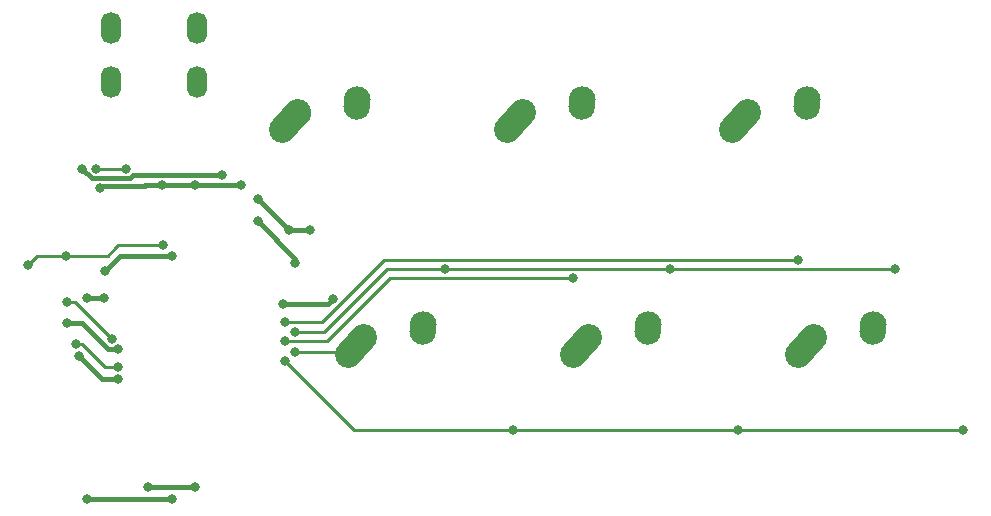
<source format=gbr>
%TF.GenerationSoftware,KiCad,Pcbnew,(6.0.11)*%
%TF.CreationDate,2023-05-27T14:51:32-04:00*%
%TF.ProjectId,MacroPad1.0,4d616372-6f50-4616-9431-2e302e6b6963,rev?*%
%TF.SameCoordinates,Original*%
%TF.FileFunction,Copper,L1,Top*%
%TF.FilePolarity,Positive*%
%FSLAX46Y46*%
G04 Gerber Fmt 4.6, Leading zero omitted, Abs format (unit mm)*
G04 Created by KiCad (PCBNEW (6.0.11)) date 2023-05-27 14:51:32*
%MOMM*%
%LPD*%
G01*
G04 APERTURE LIST*
G04 Aperture macros list*
%AMHorizOval*
0 Thick line with rounded ends*
0 $1 width*
0 $2 $3 position (X,Y) of the first rounded end (center of the circle)*
0 $4 $5 position (X,Y) of the second rounded end (center of the circle)*
0 Add line between two ends*
20,1,$1,$2,$3,$4,$5,0*
0 Add two circle primitives to create the rounded ends*
1,1,$1,$2,$3*
1,1,$1,$4,$5*%
G04 Aperture macros list end*
%TA.AperFunction,ComponentPad*%
%ADD10HorizOval,2.250000X0.655001X0.730000X-0.655001X-0.730000X0*%
%TD*%
%TA.AperFunction,ComponentPad*%
%ADD11C,2.250000*%
%TD*%
%TA.AperFunction,ComponentPad*%
%ADD12HorizOval,2.250000X0.020000X0.290000X-0.020000X-0.290000X0*%
%TD*%
%TA.AperFunction,ComponentPad*%
%ADD13O,1.700000X2.700000*%
%TD*%
%TA.AperFunction,ViaPad*%
%ADD14C,0.800000*%
%TD*%
%TA.AperFunction,Conductor*%
%ADD15C,0.400000*%
%TD*%
%TA.AperFunction,Conductor*%
%ADD16C,0.250000*%
%TD*%
G04 APERTURE END LIST*
D10*
%TO.P,MX6,1,COL*%
%TO.N,Col2*%
X136545001Y-100203250D03*
D11*
X137200000Y-99473250D03*
%TO.P,MX6,2,ROW*%
%TO.N,Net-(D6-Pad2)*%
X142240000Y-98393250D03*
D12*
X142220000Y-98683250D03*
%TD*%
D11*
%TO.P,MX3,1,COL*%
%TO.N,Col1*%
X112562000Y-80423250D03*
D10*
X111907001Y-81153250D03*
D12*
%TO.P,MX3,2,ROW*%
%TO.N,Net-(D3-Pad2)*%
X117582000Y-79633250D03*
D11*
X117602000Y-79343250D03*
%TD*%
%TO.P,MX5,1,COL*%
%TO.N,Col2*%
X131612000Y-80423250D03*
D10*
X130957001Y-81153250D03*
D11*
%TO.P,MX5,2,ROW*%
%TO.N,Net-(D5-Pad2)*%
X136652000Y-79343250D03*
D12*
X136632000Y-79633250D03*
%TD*%
D11*
%TO.P,MX4,1,COL*%
%TO.N,Col1*%
X118150000Y-99473250D03*
D10*
X117495001Y-100203250D03*
D11*
%TO.P,MX4,2,ROW*%
%TO.N,Net-(D4-Pad2)*%
X123190000Y-98393250D03*
D12*
X123170000Y-98683250D03*
%TD*%
D10*
%TO.P,MX1,1,COL*%
%TO.N,Col0*%
X92888751Y-81153250D03*
D11*
X93543750Y-80423250D03*
%TO.P,MX1,2,ROW*%
%TO.N,Net-(D1-Pad2)*%
X98583750Y-79343250D03*
D12*
X98563750Y-79633250D03*
%TD*%
D11*
%TO.P,MX2,1,COL*%
%TO.N,Col0*%
X99100000Y-99473250D03*
D10*
X98445001Y-100203250D03*
D11*
%TO.P,MX2,2,ROW*%
%TO.N,Net-(D2-Pad2)*%
X104140000Y-98393250D03*
D12*
X104120000Y-98683250D03*
%TD*%
D13*
%TO.P,USB1,6,SHIELD*%
%TO.N,unconnected-(USB1-Pad6)*%
X85057000Y-77782500D03*
X77757000Y-77782500D03*
X85057000Y-73282500D03*
X77757000Y-73282500D03*
%TD*%
D14*
%TO.N,+5V*%
X93345000Y-93186250D03*
X96520000Y-96234250D03*
X82931000Y-92551250D03*
X78359000Y-102965250D03*
X77178500Y-96069750D03*
X75692000Y-113125250D03*
X82931000Y-113125250D03*
X75311000Y-85185250D03*
X75057000Y-101060250D03*
X90170000Y-89630250D03*
X92329000Y-96615250D03*
X87122000Y-85693250D03*
X77216000Y-93821250D03*
X75692000Y-96107250D03*
%TO.N,GND*%
X82042000Y-86582250D03*
X80899000Y-112109250D03*
X76835000Y-86798750D03*
X84836000Y-86582250D03*
X88773000Y-86582250D03*
X78359000Y-100425250D03*
X94615000Y-90392250D03*
X74041000Y-98266250D03*
X90170000Y-87725250D03*
X84836000Y-112109250D03*
X92837000Y-90392250D03*
%TO.N,Net-(C7-Pad1)*%
X74041000Y-96488250D03*
X77822972Y-99581639D03*
%TO.N,Row0*%
X93345000Y-99028250D03*
X144145000Y-93694250D03*
X106045000Y-93656750D03*
X125095000Y-93694250D03*
%TO.N,Row1*%
X130810000Y-107283250D03*
X92456000Y-101441250D03*
X149860000Y-107283250D03*
X111760000Y-107283250D03*
%TO.N,Col0*%
X93345000Y-100679250D03*
%TO.N,Col1*%
X116840000Y-94456250D03*
X92456000Y-99790250D03*
%TO.N,Col2*%
X135890000Y-92932250D03*
X92456000Y-98139250D03*
%TO.N,Net-(R1-Pad2)*%
X74803000Y-100044250D03*
X78359000Y-101965747D03*
X76441736Y-85185322D03*
X78994000Y-85185750D03*
%TO.N,Net-(R3-Pad1)*%
X73914000Y-92551250D03*
X82169000Y-91662250D03*
X70739000Y-93313250D03*
%TD*%
D15*
%TO.N,+5V*%
X76111000Y-85985250D02*
X75311000Y-85185250D01*
X82931000Y-113125250D02*
X75692000Y-113125250D01*
X96520000Y-96234250D02*
X96139000Y-96615250D01*
X76962000Y-102965250D02*
X75057000Y-101060250D01*
X77141000Y-96107250D02*
X77178500Y-96069750D01*
X87122000Y-85693250D02*
X79617371Y-85693250D01*
X90170000Y-89630250D02*
X93345000Y-92805250D01*
X93345000Y-92805250D02*
X93345000Y-93186250D01*
X78486000Y-92551250D02*
X82931000Y-92551250D01*
X78359000Y-102965250D02*
X76962000Y-102965250D01*
X96139000Y-96615250D02*
X92329000Y-96615250D01*
X75692000Y-96107250D02*
X77141000Y-96107250D01*
X79325371Y-85985250D02*
X76111000Y-85985250D01*
X79617371Y-85693250D02*
X79325371Y-85985250D01*
X77216000Y-93821250D02*
X78486000Y-92551250D01*
%TO.N,GND*%
X80645000Y-86582250D02*
X82042000Y-86582250D01*
X80642000Y-86585250D02*
X80645000Y-86582250D01*
X92837000Y-90392250D02*
X94615000Y-90392250D01*
X77470000Y-100425250D02*
X78359000Y-100425250D01*
X84836000Y-86582250D02*
X88773000Y-86582250D01*
X75438000Y-98393250D02*
X77470000Y-100425250D01*
X84836000Y-112109250D02*
X80899000Y-112109250D01*
X76835000Y-86798750D02*
X77048500Y-86585250D01*
X75311000Y-98266250D02*
X75438000Y-98393250D01*
X74041000Y-98266250D02*
X75311000Y-98266250D01*
X90170000Y-87725250D02*
X92837000Y-90392250D01*
X84836000Y-86582250D02*
X82042000Y-86582250D01*
X77048500Y-86585250D02*
X80642000Y-86585250D01*
D16*
%TO.N,Net-(C7-Pad1)*%
X74041000Y-96488250D02*
X74729583Y-96488250D01*
X74729583Y-96488250D02*
X77822972Y-99581639D01*
%TO.N,Row0*%
X125095000Y-93694250D02*
X144145000Y-93694250D01*
X93345000Y-99028250D02*
X95758000Y-99028250D01*
X101092000Y-93694250D02*
X101129500Y-93656750D01*
X106045000Y-93656750D02*
X125057500Y-93656750D01*
X101129500Y-93656750D02*
X106045000Y-93656750D01*
X95758000Y-99028250D02*
X101092000Y-93694250D01*
X125057500Y-93656750D02*
X125095000Y-93694250D01*
%TO.N,Row1*%
X92456000Y-101441250D02*
X98298000Y-107283250D01*
X130810000Y-107283250D02*
X149860000Y-107283250D01*
X98298000Y-107283250D02*
X111760000Y-107283250D01*
X111760000Y-107283250D02*
X130810000Y-107283250D01*
%TO.N,Col0*%
X93345000Y-100679250D02*
X97536000Y-100679250D01*
X97536000Y-100679250D02*
X97790000Y-100933250D01*
%TO.N,Col1*%
X92456000Y-99790250D02*
X96012000Y-99790250D01*
X96012000Y-99790250D02*
X101346000Y-94456250D01*
X101346000Y-94456250D02*
X116840000Y-94456250D01*
%TO.N,Col2*%
X100847305Y-92932250D02*
X135890000Y-92932250D01*
X95640305Y-98139250D02*
X100847305Y-92932250D01*
X92456000Y-98139250D02*
X95640305Y-98139250D01*
%TO.N,Net-(R1-Pad2)*%
X77232497Y-101965747D02*
X78359000Y-101965747D01*
X76442164Y-85185750D02*
X76441736Y-85185322D01*
X75311000Y-100044250D02*
X77232497Y-101965747D01*
X74803000Y-100044250D02*
X75311000Y-100044250D01*
X78994000Y-85185750D02*
X76442164Y-85185750D01*
%TO.N,Net-(R3-Pad1)*%
X78359000Y-91662250D02*
X82169000Y-91662250D01*
X73914000Y-92551250D02*
X77470000Y-92551250D01*
X77470000Y-92551250D02*
X78105000Y-91916250D01*
X73914000Y-92551250D02*
X71501000Y-92551250D01*
X71501000Y-92551250D02*
X70739000Y-93313250D01*
X78105000Y-91916250D02*
X78359000Y-91662250D01*
%TD*%
M02*

</source>
